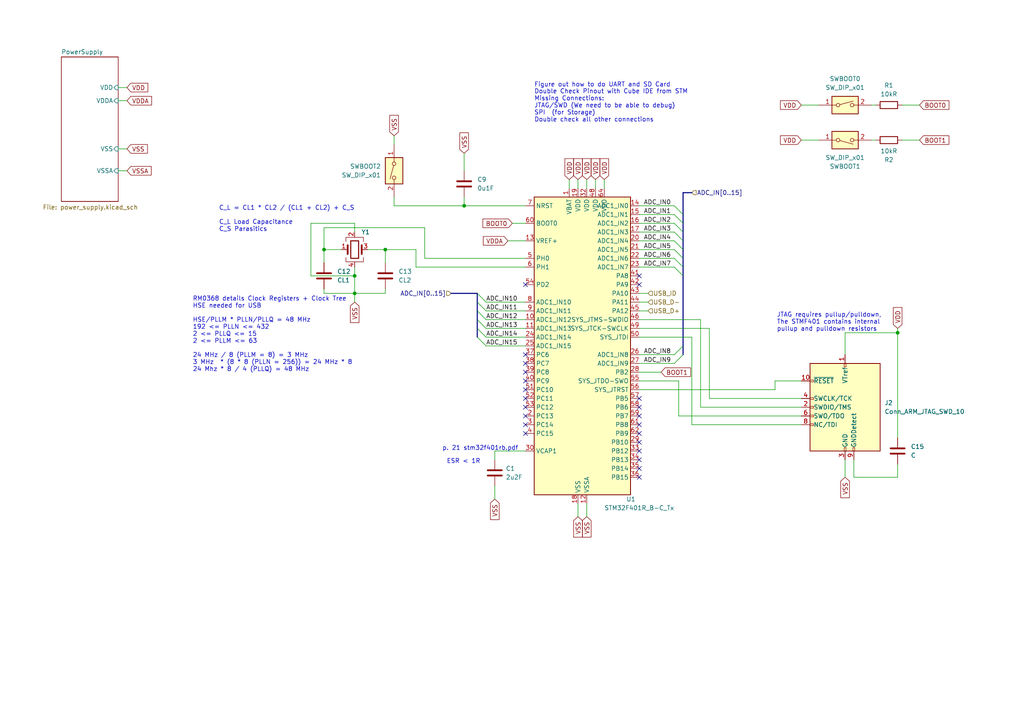
<source format=kicad_sch>
(kicad_sch (version 20231120) (generator "eeschema") (generator_version "8.0")
  (paper "A4")
  (lib_symbols
    (symbol "Connector:Conn_ARM_JTAG_SWD_10" (pin_names (offset 1.016))
      (property "Reference" "J" (at -2.54 16.51 0))
      (property "Value" "Conn_ARM_JTAG_SWD_10" (at -2.54 13.97 0))
      (symbol "Conn_ARM_JTAG_SWD_10_0_1"
        (rectangle (start -10.16 12.7) (end 10.16 -12.7) (stroke (width 0.254)) (fill (type background)))
        (rectangle (start -2.794 -12.7) (end -2.286 -11.684))
        (rectangle (start -0.254 -12.7) (end 0.254 -11.684))
        (rectangle (start -0.254 12.7) (end 0.254 11.684))
        (rectangle (start 9.144 2.286) (end 10.16 2.794))
        (rectangle (start 10.16 -2.794) (end 9.144 -2.286))
        (rectangle (start 10.16 -0.254) (end 9.144 0.254))
        (rectangle (start 10.16 7.874) (end 9.144 7.366))
      )
      (symbol "Conn_ARM_JTAG_SWD_10_1_1"
        (rectangle (start 9.144 -5.334) (end 10.16 -4.826))
        (pin power_in line (at 0 15.24 270) (length 2.54) (name "VTref") (number "1"))
        (pin open_collector line (at 12.7 7.62 180) (length 2.54) (name "~{RESET}") (number "10"))
        (pin bidirectional line (at 12.7 0 180) (length 2.54) (name "SWDIO/TMS") (number "2"))
        (pin power_in line (at 0 -15.24 90) (length 2.54) (name "GND") (number "3"))
        (pin output line (at 12.7 2.54 180) (length 2.54) (name "SWCLK/TCK") (number "4"))
        (pin passive line (at 0 -15.24 90) (length 2.54) hide (name "GND") (number "5"))
        (pin input line (at 12.7 -2.54 180) (length 2.54) (name "SWO/TDO") (number "6"))
        (pin no_connect line (at -10.16 0 0) (length 2.54) hide (name "KEY") (number "7"))
        (pin output line (at 12.7 -5.08 180) (length 2.54) (name "NC/TDI") (number "8"))
        (pin passive line (at -2.54 -15.24 90) (length 2.54) (name "GNDDetect") (number "9"))
      )
    )
    (symbol "Device:C" (pin_numbers hide) (pin_names (offset 0.254))
      (property "Reference" "C" (at 0.635 2.54 0))
      (property "Value" "C" (at 0.635 -2.54 0))
      (symbol "C_0_1"
        (polyline (pts (xy -2.032 -0.762) (xy 2.032 -0.762)) (stroke (width 0.508)))
        (polyline (pts (xy -2.032 0.762) (xy 2.032 0.762)) (stroke (width 0.508)))
      )
      (symbol "C_1_1"
        (pin passive line (at 0 3.81 270) (length 2.794) (name "~") (number "1"))
        (pin passive line (at 0 -3.81 90) (length 2.794) (name "~") (number "2"))
      )
    )
    (symbol "Device:Crystal_GND24" (pin_names (offset 1.016) hide)
      (property "Reference" "Y" (at 3.175 5.08 0))
      (property "Value" "Crystal_GND24" (at 3.175 3.175 0))
      (symbol "Crystal_GND24_0_1"
        (rectangle (start -1.143 2.54) (end 1.143 -2.54) (stroke (width 0.3048)))
        (polyline (pts (xy -2.54 0) (xy -2.032 0)))
        (polyline (pts (xy -2.032 -1.27) (xy -2.032 1.27)) (stroke (width 0.508)))
        (polyline (pts (xy 0 -3.81) (xy 0 -3.556)))
        (polyline (pts (xy 0 3.556) (xy 0 3.81)))
        (polyline (pts (xy 2.032 -1.27) (xy 2.032 1.27)) (stroke (width 0.508)))
        (polyline (pts (xy 2.032 0) (xy 2.54 0)))
        (polyline (pts (xy -2.54 -2.286) (xy -2.54 -3.556) (xy 2.54 -3.556) (xy 2.54 -2.286)))
        (polyline (pts (xy -2.54 2.286) (xy -2.54 3.556) (xy 2.54 3.556) (xy 2.54 2.286)))
      )
      (symbol "Crystal_GND24_1_1"
        (pin passive line (at -3.81 0 0) (length 1.27) (name "1") (number "1"))
        (pin passive line (at 0 5.08 270) (length 1.27) (name "2") (number "2"))
        (pin passive line (at 3.81 0 180) (length 1.27) (name "3") (number "3"))
        (pin passive line (at 0 -5.08 90) (length 1.27) (name "4") (number "4"))
      )
    )
    (symbol "Device:R" (pin_numbers hide) (pin_names (offset 0))
      (property "Reference" "R" (at 2.032 0 90))
      (property "Value" "R" (at 0 0 90))
      (symbol "R_0_1"
        (rectangle (start -1.016 -2.54) (end 1.016 2.54) (stroke (width 0.254)))
      )
      (symbol "R_1_1"
        (pin passive line (at 0 3.81 270) (length 1.27) (name "~") (number "1"))
        (pin passive line (at 0 -3.81 90) (length 1.27) (name "~") (number "2"))
      )
    )
    (symbol "MCU_ST_STM32F4:STM32F401R_B-C_Tx"
      (property "Reference" "U" (at -12.7 44.45 0))
      (property "Value" "STM32F401R_B-C_Tx" (at 10.16 44.45 0))
      (symbol "STM32F401R_B-C_Tx_0_1"
        (rectangle (start -12.7 -43.18) (end 15.24 43.18) (stroke (width 0.254)) (fill (type background)))
      )
      (symbol "STM32F401R_B-C_Tx_1_1"
        (pin power_in line (at -2.54 45.72 270) (length 2.54) (name "VBAT") (number "1"))
        (pin bidirectional line (at -15.24 7.62 0) (length 2.54) (name "PC2") (number "10") (alternate "ADC1_IN12" bidirectional line))
        (pin bidirectional line (at -15.24 5.08 0) (length 2.54) (name "PC3") (number "11") (alternate "ADC1_IN13" bidirectional line))
        (pin power_in line (at 2.54 -45.72 90) (length 2.54) (name "VSSA") (number "12"))
        (pin input line (at -15.24 30.48 0) (length 2.54) (name "VREF+") (number "13"))
        (pin bidirectional line (at 17.78 40.64 180) (length 2.54) (name "PA0") (number "14") (alternate "ADC1_IN0" bidirectional line))
        (pin bidirectional line (at 17.78 38.1 180) (length 2.54) (name "PA1") (number "15") (alternate "ADC1_IN1" bidirectional line))
        (pin bidirectional line (at 17.78 35.56 180) (length 2.54) (name "PA2") (number "16") (alternate "ADC1_IN2" bidirectional line))
        (pin bidirectional line (at 17.78 33.02 180) (length 2.54) (name "PA3") (number "17") (alternate "ADC1_IN3" bidirectional line))
        (pin power_in line (at 0 -45.72 90) (length 2.54) (name "VSS") (number "18"))
        (pin power_in line (at 0 45.72 270) (length 2.54) (name "VDD") (number "19"))
        (pin bidirectional line (at -15.24 -20.32 0) (length 2.54) (name "PC13") (number "2"))
        (pin bidirectional line (at 17.78 30.48 180) (length 2.54) (name "PA4") (number "20") (alternate "ADC1_IN4" bidirectional line))
        (pin bidirectional line (at 17.78 27.94 180) (length 2.54) (name "PA5") (number "21") (alternate "ADC1_IN5" bidirectional line))
        (pin bidirectional line (at 17.78 25.4 180) (length 2.54) (name "PA6") (number "22") (alternate "ADC1_IN6" bidirectional line))
        (pin bidirectional line (at 17.78 22.86 180) (length 2.54) (name "PA7") (number "23") (alternate "ADC1_IN7" bidirectional line))
        (pin bidirectional line (at -15.24 2.54 0) (length 2.54) (name "PC4") (number "24") (alternate "ADC1_IN14" bidirectional line))
        (pin bidirectional line (at -15.24 0 0) (length 2.54) (name "PC5") (number "25") (alternate "ADC1_IN15" bidirectional line))
        (pin bidirectional line (at 17.78 -2.54 180) (length 2.54) (name "PB0") (number "26") (alternate "ADC1_IN8" bidirectional line))
        (pin bidirectional line (at 17.78 -5.08 180) (length 2.54) (name "PB1") (number "27") (alternate "ADC1_IN9" bidirectional line))
        (pin bidirectional line (at 17.78 -7.62 180) (length 2.54) (name "PB2") (number "28"))
        (pin bidirectional line (at 17.78 -27.94 180) (length 2.54) (name "PB10") (number "29"))
        (pin bidirectional line (at -15.24 -22.86 0) (length 2.54) (name "PC14") (number "3"))
        (pin power_out line (at -15.24 -30.48 0) (length 2.54) (name "VCAP1") (number "30"))
        (pin passive line (at 0 -45.72 90) (length 2.54) hide (name "VSS") (number "31"))
        (pin power_in line (at 2.54 45.72 270) (length 2.54) (name "VDD") (number "32"))
        (pin bidirectional line (at 17.78 -30.48 180) (length 2.54) (name "PB12") (number "33"))
        (pin bidirectional line (at 17.78 -33.02 180) (length 2.54) (name "PB13") (number "34"))
        (pin bidirectional line (at 17.78 -35.56 180) (length 2.54) (name "PB14") (number "35"))
        (pin bidirectional line (at 17.78 -38.1 180) (length 2.54) (name "PB15") (number "36"))
        (pin bidirectional line (at -15.24 -2.54 0) (length 2.54) (name "PC6") (number "37"))
        (pin bidirectional line (at -15.24 -5.08 0) (length 2.54) (name "PC7") (number "38"))
        (pin bidirectional line (at -15.24 -7.62 0) (length 2.54) (name "PC8") (number "39"))
        (pin bidirectional line (at -15.24 -25.4 0) (length 2.54) (name "PC15") (number "4"))
        (pin bidirectional line (at -15.24 -10.16 0) (length 2.54) (name "PC9") (number "40"))
        (pin bidirectional line (at 17.78 20.32 180) (length 2.54) (name "PA8") (number "41"))
        (pin bidirectional line (at 17.78 17.78 180) (length 2.54) (name "PA9") (number "42"))
        (pin bidirectional line (at 17.78 15.24 180) (length 2.54) (name "PA10") (number "43") (alternate "" input line))
        (pin bidirectional line (at 17.78 12.7 180) (length 2.54) (name "PA11") (number "44") (alternate "" input line))
        (pin bidirectional line (at 17.78 10.16 180) (length 2.54) (name "PA12") (number "45") (alternate "" input line))
        (pin bidirectional line (at 17.78 7.62 180) (length 2.54) (name "PA13") (number "46") (alternate "SYS_JTMS-SWDIO" bidirectional line))
        (pin passive line (at 0 -45.72 90) (length 2.54) hide (name "VSS") (number "47"))
        (pin power_in line (at 5.08 45.72 270) (length 2.54) (name "VDD") (number "48"))
        (pin bidirectional line (at 17.78 5.08 180) (length 2.54) (name "PA14") (number "49") (alternate "SYS_JTCK-SWCLK" bidirectional line))
        (pin bidirectional line (at -15.24 25.4 0) (length 2.54) (name "PH0") (number "5") (alternate "" input line))
        (pin bidirectional line (at 17.78 2.54 180) (length 2.54) (name "PA15") (number "50") (alternate "SYS_JTDI" bidirectional line))
        (pin bidirectional line (at -15.24 -12.7 0) (length 2.54) (name "PC10") (number "51"))
        (pin bidirectional line (at -15.24 -15.24 0) (length 2.54) (name "PC11") (number "52"))
        (pin bidirectional line (at -15.24 -17.78 0) (length 2.54) (name "PC12") (number "53"))
        (pin bidirectional line (at -15.24 17.78 0) (length 2.54) (name "PD2") (number "54"))
        (pin bidirectional line (at 17.78 -10.16 180) (length 2.54) (name "PB3") (number "55") (alternate "SYS_JTDO-SWO" bidirectional line))
        (pin bidirectional line (at 17.78 -12.7 180) (length 2.54) (name "PB4") (number "56") (alternate "SYS_JTRST" bidirectional line))
        (pin bidirectional line (at 17.78 -15.24 180) (length 2.54) (name "PB5") (number "57"))
        (pin bidirectional line (at 17.78 -17.78 180) (length 2.54) (name "PB6") (number "58"))
        (pin bidirectional line (at 17.78 -20.32 180) (length 2.54) (name "PB7") (number "59"))
        (pin bidirectional line (at -15.24 22.86 0) (length 2.54) (name "PH1") (number "6") (alternate "" input line))
        (pin input line (at -15.24 35.56 0) (length 2.54) (name "BOOT0") (number "60"))
        (pin bidirectional line (at 17.78 -22.86 180) (length 2.54) (name "PB8") (number "61"))
        (pin bidirectional line (at 17.78 -25.4 180) (length 2.54) (name "PB9") (number "62"))
        (pin passive line (at 0 -45.72 90) (length 2.54) hide (name "VSS") (number "63"))
        (pin power_in line (at 7.62 45.72 270) (length 2.54) (name "VDD") (number "64"))
        (pin input line (at -15.24 40.64 0) (length 2.54) (name "NRST") (number "7"))
        (pin bidirectional line (at -15.24 12.7 0) (length 2.54) (name "PC0") (number "8") (alternate "ADC1_IN10" bidirectional line))
        (pin bidirectional line (at -15.24 10.16 0) (length 2.54) (name "PC1") (number "9") (alternate "ADC1_IN11" bidirectional line))
      )
    )
    (symbol "Switch:SW_DIP_x01" (pin_names (offset 0) hide)
      (property "Reference" "SW" (at 0 3.81 0))
      (property "Value" "SW_DIP_x01" (at 0 -3.81 0))
      (symbol "SW_DIP_x01_0_0"
        (circle (center -2.032 0) (radius 0.508))
        (polyline (pts (xy -1.524 0.127) (xy 2.3622 1.1684)))
        (circle (center 2.032 0) (radius 0.508))
      )
      (symbol "SW_DIP_x01_0_1"
        (rectangle (start -3.81 2.54) (end 3.81 -2.54) (stroke (width 0.254)) (fill (type background)))
      )
      (symbol "SW_DIP_x01_1_1"
        (pin passive line (at -7.62 0 0) (length 5.08) (name "~") (number "1"))
        (pin passive line (at 7.62 0 180) (length 5.08) (name "~") (number "2"))
      )
    )
  )
  (junction (at 93.98 72.39))
  (junction (at 102.87 80.01))
  (junction (at 102.87 85.09))
  (junction (at 260.35 96.52))
  (junction (at 111.76 72.39))
  (junction (at 134.62 59.69))
  (no_connect (at 152.4 82.55))
  (no_connect (at 185.42 128.27))
  (no_connect (at 152.4 102.87))
  (no_connect (at 152.4 105.41))
  (no_connect (at 152.4 118.11))
  (no_connect (at 185.42 123.19))
  (no_connect (at 185.42 125.73))
  (no_connect (at 152.4 107.95))
  (no_connect (at 185.42 120.65))
  (no_connect (at 185.42 133.35))
  (no_connect (at 152.4 120.65))
  (no_connect (at 185.42 118.11))
  (no_connect (at 185.42 80.01))
  (no_connect (at 185.42 135.89))
  (no_connect (at 152.4 115.57))
  (no_connect (at 185.42 115.57))
  (no_connect (at 152.4 125.73))
  (no_connect (at 185.42 138.43))
  (no_connect (at 185.42 82.55))
  (no_connect (at 152.4 113.03))
  (no_connect (at 152.4 110.49))
  (no_connect (at 152.4 123.19))
  (no_connect (at 185.42 130.81))
  (bus_entry (at 138.43 92.71) (size 2.54 2.54))
  (bus_entry (at 195.58 62.23) (size 2.54 2.54))
  (bus_entry (at 195.58 59.69) (size 2.54 2.54))
  (bus_entry (at 195.58 102.87) (size 2.54 -2.54))
  (bus_entry (at 138.43 85.09) (size 2.54 2.54))
  (bus_entry (at 195.58 67.31) (size 2.54 2.54))
  (bus_entry (at 195.58 105.41) (size 2.54 -2.54))
  (bus_entry (at 195.58 74.93) (size 2.54 2.54))
  (bus_entry (at 138.43 90.17) (size 2.54 2.54))
  (bus_entry (at 195.58 72.39) (size 2.54 2.54))
  (bus_entry (at 138.43 95.25) (size 2.54 2.54))
  (bus_entry (at 138.43 87.63) (size 2.54 2.54))
  (bus_entry (at 138.43 97.79) (size 2.54 2.54))
  (bus_entry (at 195.58 64.77) (size 2.54 2.54))
  (bus_entry (at 195.58 69.85) (size 2.54 2.54))
  (bus_entry (at 195.58 77.47) (size 2.54 2.54))
  (wire (pts (xy 93.98 66.04) (xy 123.19 66.04)))
  (wire (pts (xy 140.97 92.71) (xy 152.4 92.71)))
  (wire (pts (xy 140.97 97.79) (xy 152.4 97.79)))
  (wire (pts (xy 185.42 105.41) (xy 195.58 105.41)))
  (wire (pts (xy 134.62 59.69) (xy 114.3 59.69)))
  (wire (pts (xy 123.19 74.93) (xy 152.4 74.93)))
  (wire (pts (xy 205.74 95.25) (xy 185.42 95.25)))
  (wire (pts (xy 185.42 67.31) (xy 195.58 67.31)))
  (wire (pts (xy 185.42 113.03) (xy 224.79 113.03)))
  (wire (pts (xy 245.11 133.35) (xy 245.11 138.43)))
  (wire (pts (xy 245.11 96.52) (xy 260.35 96.52)))
  (bus (pts (xy 198.12 77.47) (xy 198.12 80.01)))
  (wire (pts (xy 203.2 92.71) (xy 203.2 118.11)))
  (wire (pts (xy 140.97 100.33) (xy 152.4 100.33)))
  (wire (pts (xy 224.79 113.03) (xy 224.79 110.49)))
  (wire (pts (xy 120.65 77.47) (xy 120.65 72.39)))
  (bus (pts (xy 138.43 95.25) (xy 138.43 92.71)))
  (wire (pts (xy 200.66 123.19) (xy 232.41 123.19)))
  (bus (pts (xy 138.43 85.09) (xy 130.81 85.09)))
  (wire (pts (xy 143.51 130.81) (xy 143.51 133.35)))
  (bus (pts (xy 198.12 69.85) (xy 198.12 72.39)))
  (wire (pts (xy 185.42 85.09) (xy 187.96 85.09)))
  (wire (pts (xy 140.97 87.63) (xy 152.4 87.63)))
  (wire (pts (xy 102.87 80.01) (xy 102.87 85.09)))
  (wire (pts (xy 185.42 74.93) (xy 195.58 74.93)))
  (wire (pts (xy 172.72 52.07) (xy 172.72 54.61)))
  (wire (pts (xy 165.1 52.07) (xy 165.1 54.61)))
  (wire (pts (xy 196.85 110.49) (xy 185.42 110.49)))
  (wire (pts (xy 167.64 146.05) (xy 167.64 149.86)))
  (wire (pts (xy 185.42 92.71) (xy 203.2 92.71)))
  (wire (pts (xy 260.35 96.52) (xy 260.35 127)))
  (wire (pts (xy 260.35 138.43) (xy 260.35 134.62)))
  (wire (pts (xy 152.4 130.81) (xy 143.51 130.81)))
  (wire (pts (xy 260.35 95.25) (xy 260.35 96.52)))
  (wire (pts (xy 120.65 72.39) (xy 111.76 72.39)))
  (wire (pts (xy 167.64 52.07) (xy 167.64 54.61)))
  (bus (pts (xy 198.12 74.93) (xy 198.12 77.47)))
  (bus (pts (xy 198.12 55.88) (xy 198.12 62.23)))
  (bus (pts (xy 198.12 72.39) (xy 198.12 74.93)))
  (wire (pts (xy 111.76 72.39) (xy 111.76 76.2)))
  (wire (pts (xy 93.98 72.39) (xy 93.98 76.2)))
  (wire (pts (xy 185.42 107.95) (xy 191.77 107.95)))
  (wire (pts (xy 185.42 102.87) (xy 195.58 102.87)))
  (wire (pts (xy 34.29 49.53) (xy 36.83 49.53)))
  (wire (pts (xy 175.26 54.61) (xy 175.26 52.07)))
  (bus (pts (xy 138.43 92.71) (xy 138.43 90.17)))
  (wire (pts (xy 185.42 72.39) (xy 195.58 72.39)))
  (wire (pts (xy 185.42 64.77) (xy 195.58 64.77)))
  (bus (pts (xy 198.12 64.77) (xy 198.12 67.31)))
  (wire (pts (xy 185.42 69.85) (xy 195.58 69.85)))
  (wire (pts (xy 123.19 66.04) (xy 123.19 74.93)))
  (wire (pts (xy 200.66 97.79) (xy 185.42 97.79)))
  (wire (pts (xy 185.42 90.17) (xy 187.96 90.17)))
  (wire (pts (xy 93.98 85.09) (xy 102.87 85.09)))
  (wire (pts (xy 34.29 43.18) (xy 36.83 43.18)))
  (wire (pts (xy 140.97 90.17) (xy 152.4 90.17)))
  (wire (pts (xy 261.62 30.48) (xy 266.7 30.48)))
  (wire (pts (xy 232.41 40.64) (xy 237.49 40.64)))
  (wire (pts (xy 102.87 80.01) (xy 102.87 77.47)))
  (wire (pts (xy 232.41 110.49) (xy 224.79 110.49)))
  (bus (pts (xy 138.43 97.79) (xy 138.43 95.25)))
  (wire (pts (xy 185.42 77.47) (xy 195.58 77.47)))
  (wire (pts (xy 111.76 72.39) (xy 106.68 72.39)))
  (wire (pts (xy 261.62 40.64) (xy 266.7 40.64)))
  (bus (pts (xy 198.12 80.01) (xy 198.12 100.33)))
  (wire (pts (xy 245.11 102.87) (xy 245.11 96.52)))
  (wire (pts (xy 114.3 59.69) (xy 114.3 57.15)))
  (bus (pts (xy 138.43 90.17) (xy 138.43 87.63)))
  (wire (pts (xy 170.18 54.61) (xy 170.18 52.07)))
  (bus (pts (xy 198.12 62.23) (xy 198.12 64.77)))
  (wire (pts (xy 143.51 140.97) (xy 143.51 144.78)))
  (wire (pts (xy 93.98 72.39) (xy 99.06 72.39)))
  (wire (pts (xy 196.85 120.65) (xy 196.85 110.49)))
  (wire (pts (xy 185.42 59.69) (xy 195.58 59.69)))
  (wire (pts (xy 114.3 39.37) (xy 114.3 41.91)))
  (wire (pts (xy 93.98 66.04) (xy 93.98 72.39)))
  (wire (pts (xy 111.76 83.82) (xy 111.76 85.09)))
  (bus (pts (xy 198.12 55.88) (xy 200.66 55.88)))
  (wire (pts (xy 200.66 123.19) (xy 200.66 97.79)))
  (wire (pts (xy 90.17 80.01) (xy 102.87 80.01)))
  (wire (pts (xy 134.62 59.69) (xy 134.62 57.15)))
  (wire (pts (xy 148.59 64.77) (xy 152.4 64.77)))
  (wire (pts (xy 252.73 30.48) (xy 254 30.48)))
  (wire (pts (xy 134.62 59.69) (xy 152.4 59.69)))
  (wire (pts (xy 247.65 133.35) (xy 247.65 138.43)))
  (wire (pts (xy 185.42 62.23) (xy 195.58 62.23)))
  (bus (pts (xy 198.12 100.33) (xy 198.12 102.87)))
  (wire (pts (xy 111.76 85.09) (xy 102.87 85.09)))
  (wire (pts (xy 102.87 64.77) (xy 90.17 64.77)))
  (wire (pts (xy 170.18 146.05) (xy 170.18 149.86)))
  (wire (pts (xy 247.65 138.43) (xy 260.35 138.43)))
  (bus (pts (xy 138.43 87.63) (xy 138.43 85.09)))
  (wire (pts (xy 34.29 29.21) (xy 36.83 29.21)))
  (wire (pts (xy 205.74 115.57) (xy 232.41 115.57)))
  (wire (pts (xy 152.4 77.47) (xy 120.65 77.47)))
  (wire (pts (xy 102.87 67.31) (xy 102.87 64.77)))
  (wire (pts (xy 232.41 30.48) (xy 237.49 30.48)))
  (bus (pts (xy 198.12 67.31) (xy 198.12 69.85)))
  (wire (pts (xy 232.41 120.65) (xy 196.85 120.65)))
  (wire (pts (xy 205.74 115.57) (xy 205.74 95.25)))
  (wire (pts (xy 34.29 25.4) (xy 36.83 25.4)))
  (wire (pts (xy 252.73 40.64) (xy 254 40.64)))
  (wire (pts (xy 93.98 83.82) (xy 93.98 85.09)))
  (wire (pts (xy 140.97 95.25) (xy 152.4 95.25)))
  (wire (pts (xy 102.87 85.09) (xy 102.87 87.63)))
  (wire (pts (xy 90.17 64.77) (xy 90.17 80.01)))
  (wire (pts (xy 203.2 118.11) (xy 232.41 118.11)))
  (wire (pts (xy 147.32 69.85) (xy 152.4 69.85)))
  (wire (pts (xy 134.62 44.45) (xy 134.62 49.53)))
  (wire (pts (xy 185.42 87.63) (xy 187.96 87.63)))
  (text "p. 21 stm32f401rb.pdf" (at 128.27 130.81 0) (effects (font (size 1.27 1.27)) (justify left bottom)))
  (text "C_L = CL1 * CL2 / (CL1 + CL2) + C_S\n\nC_L Load Capacitance\nC_S Parasitics" (at 63.5 67.31 0) (effects (font (size 1.27 1.27)) (justify left bottom)))
  (text "JTAG requires pullup/pulldown,\nThe STMF401 contains internal \npullup and pulldown resistors" (at 225.298 93.472 0) (effects (font (size 1.27 1.27)) (justify left)))
  (text "RM0368 details Clock Registers + Clock Tree\nHSE needed for USB\n\nHSE/PLLM * PLLN/PLLQ = 48 MHz\n192 <= PLLN <= 432\n2 <= PLLQ <= 15\n2 <= PLLM <= 63\n\n24 MHz / 8 (PLLM = 8) = 3 MHz\n3 MHz  * (8 * 8 (PLLN = 256)) = 24 MHz * 8\n24 Mhz * 8 / 4 (PLLQ) = 48 MHz" (at 55.88 107.95 0) (effects (font (size 1.27 1.27)) (justify left bottom)))
  (text "Figure out how to do UART and SD Card\n" (at 154.94 25.4 0) (effects (font (size 1.27 1.27)) (justify left bottom)))
  (text "ESR < 1R" (at 129.54 134.62 0) (effects (font (size 1.27 1.27)) (justify left bottom)))
  (text "Double Check Pinout with Cube IDE from STM\nMissing Connections:\nJTAG/SWD (We need to be able to debug)\nSPI  (for Storage)\nDouble check all other connections" (at 154.94 35.56 0) (effects (font (size 1.27 1.27)) (justify left bottom)))
  (label "ADC_IN0" (at 186.69 59.69 0))
  (label "ADC_IN15" (at 140.97 100.33 0))
  (label "ADC_IN10" (at 140.97 87.63 0))
  (label "ADC_IN13" (at 140.97 95.25 0))
  (label "ADC_IN12" (at 140.97 92.71 0))
  (label "ADC_IN7" (at 186.69 77.47 0))
  (label "ADC_IN9" (at 186.69 105.41 0))
  (label "ADC_IN5" (at 186.69 72.39 0))
  (label "ADC_IN1" (at 186.69 62.23 0))
  (label "ADC_IN2" (at 186.69 64.77 0))
  (label "ADC_IN11" (at 140.97 90.17 0))
  (label "ADC_IN3" (at 186.69 67.31 0))
  (label "ADC_IN6" (at 186.69 74.93 0))
  (label "ADC_IN8" (at 186.69 102.87 0))
  (label "ADC_IN4" (at 186.69 69.85 0))
  (label "ADC_IN14" (at 140.97 97.79 0))
  (global_label "VDD" (shape input) (at 260.35 95.25 90) (property "Intersheetrefs" "${INTERSHEET_REFS}" (effects (hide yes))))
  (global_label "VDD" (shape input) (at 165.1 52.07 90) (property "Intersheetrefs" "${INTERSHEET_REFS}" (effects (hide yes))))
  (global_label "BOOT1" (shape input) (at 266.7 40.64 0) (property "Intersheetrefs" "${INTERSHEET_REFS}" (effects (hide yes))))
  (global_label "VSS" (shape input) (at 245.11 138.43 270) (property "Intersheetrefs" "${INTERSHEET_REFS}" (effects (hide yes))))
  (global_label "VDD" (shape input) (at 36.83 25.4 0) (property "Intersheetrefs" "${INTERSHEET_REFS}" (effects (hide yes))))
  (global_label "VSS" (shape input) (at 114.3 39.37 90) (property "Intersheetrefs" "${INTERSHEET_REFS}" (effects (hide yes))))
  (global_label "VSS" (shape input) (at 143.51 144.78 270) (property "Intersheetrefs" "${INTERSHEET_REFS}" (effects (hide yes))))
  (global_label "BOOT1" (shape input) (at 191.77 107.95 0) (property "Intersheetrefs" "${INTERSHEET_REFS}" (effects (hide yes))))
  (global_label "VSS" (shape input) (at 134.62 44.45 90) (property "Intersheetrefs" "${INTERSHEET_REFS}" (effects (hide yes))))
  (global_label "VDD" (shape input) (at 172.72 52.07 90) (property "Intersheetrefs" "${INTERSHEET_REFS}" (effects (hide yes))))
  (global_label "VDDA" (shape input) (at 147.32 69.85 180) (property "Intersheetrefs" "${INTERSHEET_REFS}" (effects (hide yes))))
  (global_label "VSS" (shape input) (at 170.18 149.86 270) (property "Intersheetrefs" "${INTERSHEET_REFS}" (effects (hide yes))))
  (global_label "VSS" (shape input) (at 36.83 43.18 0) (property "Intersheetrefs" "${INTERSHEET_REFS}" (effects (hide yes))))
  (global_label "VDD" (shape input) (at 170.18 52.07 90) (property "Intersheetrefs" "${INTERSHEET_REFS}" (effects (hide yes))))
  (global_label "VSS" (shape input) (at 102.87 87.63 270) (property "Intersheetrefs" "${INTERSHEET_REFS}" (effects (hide yes))))
  (global_label "VDD" (shape input) (at 232.41 30.48 180) (property "Intersheetrefs" "${INTERSHEET_REFS}" (effects (hide yes))))
  (global_label "VSS" (shape input) (at 167.64 149.86 270) (property "Intersheetrefs" "${INTERSHEET_REFS}" (effects (hide yes))))
  (global_label "VDD" (shape input) (at 167.64 52.07 90) (property "Intersheetrefs" "${INTERSHEET_REFS}" (effects (hide yes))))
  (global_label "BOOT0" (shape input) (at 266.7 30.48 0) (property "Intersheetrefs" "${INTERSHEET_REFS}" (effects (hide yes))))
  (global_label "BOOT0" (shape input) (at 148.59 64.77 180) (property "Intersheetrefs" "${INTERSHEET_REFS}" (effects (hide yes))))
  (global_label "VDD" (shape input) (at 232.41 40.64 180) (property "Intersheetrefs" "${INTERSHEET_REFS}" (effects (hide yes))))
  (global_label "VSSA" (shape input) (at 36.83 49.53 0) (property "Intersheetrefs" "${INTERSHEET_REFS}" (effects (hide yes))))
  (global_label "VDD" (shape input) (at 175.26 52.07 90) (property "Intersheetrefs" "${INTERSHEET_REFS}" (effects (hide yes))))
  (global_label "VDDA" (shape input) (at 36.83 29.21 0) (property "Intersheetrefs" "${INTERSHEET_REFS}" (effects (hide yes))))
  (hierarchical_label "ADC_IN[0..15]" (shape input) (at 130.81 85.09 180))
  (hierarchical_label "USB_D+" (shape input) (at 187.96 90.17 0))
  (hierarchical_label "ADC_IN[0..15]" (shape input) (at 200.66 55.88 0))
  (hierarchical_label "USB_ID" (shape input) (at 187.96 85.09 0))
  (hierarchical_label "USB_D-" (shape input) (at 187.96 87.63 0))
  (symbol (lib_id "Switch:SW_DIP_x01") (at 114.3 49.53 90) (mirror x) (unit 1)
    (property "Reference" "SWBOOT2" (at 110.49 48.2599 90) (effects (justify left)))
    (property "Value" "SW_DIP_x01" (at 110.49 50.7999 90) (effects (justify left)))
    (property "Footprint" "Button_Switch_SMD:SW_DIP_SPSTx01_Slide_6.7x4.1mm_W6.73mm_P2.54mm_LowProfile_JPin" (effects (hide yes)))
    (property "Description" "1x DIP Switch, Single Pole Single Throw (SPST) switch, small symbol" (effects (hide yes)))
  )
  (symbol (lib_id "MCU_ST_STM32F4:STM32F401R_B-C_Tx") (at 167.64 100.33 0) (unit 1)
    (property "Reference" "U1" (at 181.61 144.78 0) (effects (justify left)))
    (property "Value" "STM32F401R_B-C_Tx" (at 175.26 147.32 0) (effects (justify left)))
    (property "Footprint" "Package_QFP:LQFP-64_10x10mm_P0.5mm" (effects (hide yes)))
    (property "Datasheet" "https://www.st.com/resource/en/datasheet/stm32f401rb.pdf" (effects (hide yes)))
    (property "Description" "STMicroelectronics Arm Cortex-M4 MCU, 128-256KB flash, 64KB RAM, 84 MHz, 1.7-3.6V, 50 GPIO, LQFP64" (effects (hide yes)))
    (pin "10" (alternate "ADC1_IN12"))
    (pin "11" (alternate "ADC1_IN13"))
    (pin "14" (alternate "ADC1_IN0"))
    (pin "15" (alternate "ADC1_IN1"))
    (pin "16" (alternate "ADC1_IN2"))
    (pin "17" (alternate "ADC1_IN3"))
    (pin "20" (alternate "ADC1_IN4"))
    (pin "21" (alternate "ADC1_IN5"))
    (pin "22" (alternate "ADC1_IN6"))
    (pin "23" (alternate "ADC1_IN7"))
    (pin "24" (alternate "ADC1_IN14"))
    (pin "25" (alternate "ADC1_IN15"))
    (pin "26" (alternate "ADC1_IN8"))
    (pin "27" (alternate "ADC1_IN9"))
    (pin "43" (alternate "USB_ID"))
    (pin "44" (alternate "USB_D-"))
    (pin "45" (alternate "USB_D+"))
    (pin "46" (alternate "SYS_JTMS-SWDIO"))
    (pin "49" (alternate "SYS_JTCK-SWCLK"))
    (pin "5" (alternate "OSC_IN"))
    (pin "50" (alternate "SYS_JTDI"))
    (pin "55" (alternate "SYS_JTDO-SWO"))
    (pin "56" (alternate "SYS_JTRST"))
    (pin "6" (alternate "OSC_OUT"))
    (pin "8" (alternate "ADC1_IN10"))
    (pin "9" (alternate "ADC1_IN11"))
  )
  (symbol (lib_id "Device:R") (at 257.81 40.64 90) (mirror x) (unit 1)
    (property "Reference" "R2" (at 257.81 46.355 90))
    (property "Value" "10kR" (at 257.81 43.815 90))
    (property "Footprint" "Resistor_SMD:R_0805_2012Metric" (effects (hide yes)))
    (property "Description" "Resistor" (effects (hide yes)))
  )
  (symbol (lib_id "Device:R") (at 257.81 30.48 90) (unit 1)
    (property "Reference" "R1" (at 257.81 24.765 90))
    (property "Value" "10kR" (at 257.81 27.305 90))
    (property "Footprint" "Resistor_SMD:R_0805_2012Metric" (effects (hide yes)))
    (property "Description" "Resistor" (effects (hide yes)))
  )
  (symbol (lib_id "Device:C") (at 134.62 53.34 0) (unit 1)
    (property "Reference" "C9" (at 138.43 52.07 0) (effects (justify left)))
    (property "Value" "0u1F" (at 138.43 54.61 0) (effects (justify left)))
    (property "Footprint" "Capacitor_SMD:C_0805_2012Metric" (effects (hide yes)))
    (property "Description" "Unpolarized capacitor" (effects (hide yes)))
  )
  (symbol (lib_id "Device:Crystal_GND24") (at 102.87 72.39 0) (unit 1)
    (property "Reference" "Y1" (at 106.045 67.31 0))
    (property "Value" "Crystal_GND23" (effects (hide yes)))
    (property "Footprint" "Crystal:Crystal_SMD_2016-4Pin_2.0x1.6mm" (effects (hide yes)))
    (property "Description" "Four pin crystal, GND on pins 2 and 4" (effects (hide yes)))
  )
  (symbol (lib_id "Device:C") (at 260.35 130.81 0) (mirror y) (unit 1)
    (property "Reference" "C15" (at 264.16 129.5399 0) (effects (justify right)))
    (property "Value" "C" (at 264.16 132.0799 0) (effects (justify right)))
    (property "Footprint" "Capacitor_SMD:C_0805_2012Metric" (effects (hide yes)))
    (property "Description" "Unpolarized capacitor" (effects (hide yes)))
  )
  (symbol (lib_id "Switch:SW_DIP_x01") (at 245.11 40.64 0) (mirror x) (unit 1)
    (property "Reference" "SWBOOT1" (at 245.11 48.26 0))
    (property "Value" "SW_DIP_x01" (at 245.11 45.72 0))
    (property "Footprint" "Button_Switch_SMD:SW_DIP_SPSTx01_Slide_6.7x4.1mm_W6.73mm_P2.54mm_LowProfile_JPin" (effects (hide yes)))
    (property "Description" "1x DIP Switch, Single Pole Single Throw (SPST) switch, small symbol" (effects (hide yes)))
  )
  (symbol (lib_id "Device:C") (at 111.76 80.01 0) (unit 1)
    (property "Reference" "C13" (at 115.57 78.74 0) (effects (justify left)))
    (property "Value" "CL2" (at 115.57 81.28 0) (effects (justify left)))
    (property "Footprint" "Capacitor_SMD:C_0805_2012Metric" (effects (hide yes)))
    (property "Description" "Unpolarized capacitor" (effects (hide yes)))
  )
  (symbol (lib_id "Device:C") (at 93.98 80.01 0) (unit 1)
    (property "Reference" "C12" (at 97.79 78.74 0) (effects (justify left)))
    (property "Value" "CL1" (at 97.79 81.28 0) (effects (justify left)))
    (property "Footprint" "Capacitor_SMD:C_0805_2012Metric" (effects (hide yes)))
    (property "Description" "Unpolarized capacitor" (effects (hide yes)))
  )
  (symbol (lib_id "Switch:SW_DIP_x01") (at 245.11 30.48 0) (unit 1)
    (property "Reference" "SWBOOT0" (at 245.11 22.86 0))
    (property "Value" "SW_DIP_x01" (at 245.11 25.4 0))
    (property "Footprint" "Button_Switch_SMD:SW_DIP_SPSTx01_Slide_6.7x4.1mm_W6.73mm_P2.54mm_LowProfile_JPin" (effects (hide yes)))
    (property "Description" "1x DIP Switch, Single Pole Single Throw (SPST) switch, small symbol" (effects (hide yes)))
  )
  (symbol (lib_id "Connector:Conn_ARM_JTAG_SWD_10") (at 245.11 118.11 0) (mirror y) (unit 1)
    (property "Reference" "J2" (at 256.54 116.8399 0) (effects (justify right)))
    (property "Value" "Conn_ARM_JTAG_SWD_10" (at 256.54 119.3799 0) (effects (justify right)))
    (property "Footprint" "local:POGO_JTAG_SWD" (effects (hide yes)))
    (property "Datasheet" "http://infocenter.arm.com/help/topic/com.arm.doc.ddi0314h/DDI0314H_coresight_components_trm.pdf" (effects (hide yes)))
    (property "Description" "Cortex Debug Connector, standard ARM Cortex-M SWD and JTAG interface" (effects (hide yes)))
  )
  (symbol (lib_id "Device:C") (at 143.51 137.16 0) (unit 1)
    (property "Reference" "C1" (at 146.685 135.89 0) (effects (justify left)))
    (property "Value" "2u2F" (at 146.685 138.43 0) (effects (justify left)))
    (property "Footprint" "Capacitor_SMD:C_0805_2012Metric" (effects (hide yes)))
    (property "Description" "Unpolarized capacitor" (effects (hide yes)))
  )
  (sheet (at 17.78 16.51) (size 16.51 41.91) (stroke (width 0.1524))
    (property "Sheetname" "PowerSupply" (at 17.78 15.7984 0) (effects (justify left bottom)))
    (property "Sheetfile" "power_supply.kicad_sch" (at 12.3825 59.3725 0) (effects (justify left top)))
    (pin "VDD" input (at 34.29 25.4 0))
    (pin "VSS" input (at 34.29 43.18 0))
    (pin "VSSA" input (at 34.29 49.53 0))
    (pin "VDDA" input (at 34.29 29.21 0))
  )
)
</source>
